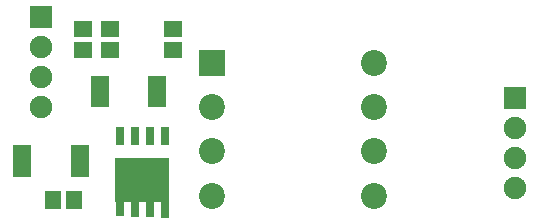
<source format=gbs>
G04 #@! TF.GenerationSoftware,KiCad,Pcbnew,5.0.0-rc2-unknown-r13164-44c1f578*
G04 #@! TF.CreationDate,2018-07-03T21:21:12+03:00*
G04 #@! TF.ProjectId,nixie-ps,6E697869652D70732E6B696361645F70,rev?*
G04 #@! TF.SameCoordinates,Original*
G04 #@! TF.FileFunction,Soldermask,Bot*
G04 #@! TF.FilePolarity,Negative*
%FSLAX46Y46*%
G04 Gerber Fmt 4.6, Leading zero omitted, Abs format (unit mm)*
G04 Created by KiCad (PCBNEW 5.0.0-rc2-unknown-r13164-44c1f578) date Tue Jul  3 21:21:12 2018*
%MOMM*%
%LPD*%
G01*
G04 APERTURE LIST*
%ADD10C,2.200000*%
%ADD11R,2.200000X2.200000*%
%ADD12R,1.650000X0.650000*%
%ADD13R,1.650000X1.350000*%
%ADD14R,1.350000X1.650000*%
%ADD15R,1.900000X1.900000*%
%ADD16O,1.900000X1.900000*%
%ADD17R,1.600000X2.700000*%
%ADD18R,0.800000X1.550000*%
%ADD19R,4.610000X3.745000*%
G04 APERTURE END LIST*
D10*
G04 #@! TO.C,T1*
X128287000Y-105000000D03*
X128287000Y-108750000D03*
X128287000Y-112500000D03*
X128287000Y-116250000D03*
X114537000Y-116250000D03*
X114537000Y-112500000D03*
X114537000Y-108750000D03*
D11*
X114537000Y-105000000D03*
G04 #@! TD*
D12*
G04 #@! TO.C,U1*
X105128000Y-108417000D03*
X105128000Y-107767000D03*
X105128000Y-107117000D03*
X105128000Y-106467000D03*
X109928000Y-106467000D03*
X109928000Y-107117000D03*
X109928000Y-107767000D03*
X109928000Y-108417000D03*
G04 #@! TD*
D13*
G04 #@! TO.C,C3*
X103632000Y-103908000D03*
X103632000Y-102108000D03*
G04 #@! TD*
D14*
G04 #@! TO.C,C4*
X102906400Y-116586000D03*
X101106400Y-116586000D03*
G04 #@! TD*
D13*
G04 #@! TO.C,R3*
X105918000Y-103908000D03*
X105918000Y-102108000D03*
G04 #@! TD*
G04 #@! TO.C,R4*
X111252000Y-102108000D03*
X111252000Y-103908000D03*
G04 #@! TD*
D15*
G04 #@! TO.C,J1*
X100076000Y-101092000D03*
D16*
X100076000Y-103632000D03*
X100076000Y-106172000D03*
X100076000Y-108712000D03*
G04 #@! TD*
G04 #@! TO.C,J2*
X140208000Y-115570000D03*
X140208000Y-113030000D03*
X140208000Y-110490000D03*
D15*
X140208000Y-107950000D03*
G04 #@! TD*
D17*
G04 #@! TO.C,R5*
X98515000Y-113284000D03*
X103415000Y-113284000D03*
G04 #@! TD*
D18*
G04 #@! TO.C,Q1*
X106756200Y-111229200D03*
X108026200Y-111229200D03*
X109296200Y-111229200D03*
X110566200Y-111229200D03*
D19*
X108661200Y-114897200D03*
D18*
X110566200Y-117344200D03*
X109296200Y-117297200D03*
X108026200Y-117297200D03*
X106756200Y-117249200D03*
G04 #@! TD*
M02*

</source>
